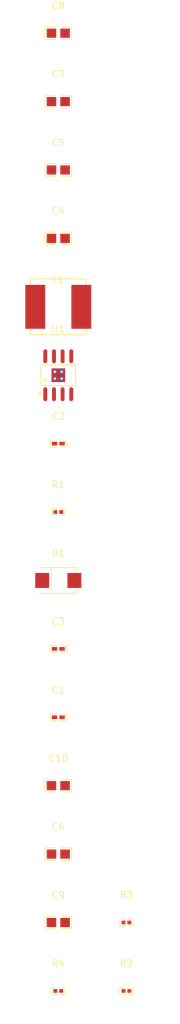
<source format=kicad_pcb>
(kicad_pcb (version 20241229) (generator "atopile") (generator_version "0.3.24")
  (layers (0 "F.Cu" signal) (31 "B.Cu" signal) (34 "B.Paste" user) (35 "F.Paste" user) (36 "B.SilkS" user "B.Silkscreen") (37 "F.SilkS" user "F.Silkscreen") (38 "B.Mask" user) (39 "F.Mask" user) (44 "Edge.Cuts" user))
  (net 0 "")
  (net 1 "hv")
  (net 2 "regulator-hv")
  (net 3 "BOOT")
  (net 4 "SW")
  (net 5 "gnd")
  (net 6 "COMP")
  (net 7 "RT_CLK")
  (net 8 "FB")
  (net 9 "net")
  (footprint "atopile:R0402-56259e" (layer "F.Cu") (at 0 0 0)
    (property "Reference" "R4" (at 0 -4 0) (layer "F.SilkS") (hide no))
    (property "Value" "162kΩ ±1% 62.5mW")
    (fp_line (start -0.23 0.5) (end -0.94 0.5) (stroke (width 0.15)) (layer "F.SilkS"))
    (fp_line (start -0.94 0.5) (end -0.94 -0.5) (stroke (width 0.15)) (layer "F.SilkS"))
    (fp_line (start -0.94 -0.5) (end -0.23 -0.5) (stroke (width 0.15)) (layer "F.SilkS"))
    (fp_line (start 0.23 0.5) (end 0.94 0.5) (stroke (width 0.15)) (layer "F.SilkS"))
    (fp_line (start 0.94 0.5) (end 0.94 -0.5) (stroke (width 0.15)) (layer "F.SilkS"))
    (fp_line (start 0.94 -0.5) (end 0.23 -0.5) (stroke (width 0.15)) (layer "F.SilkS"))
    (fp_text user "${REFERENCE}" (at 0 -4 0) (layer "F.SilkS"))
    (pad "2" smd rect (at 0.43 0 0) (size 0.57 0.54) (layers "F.Cu" "F.Paste" "F.Mask") (net 5 "gnd"))
    (pad "1" smd rect (at -0.43 0 0) (size 0.57 0.54) (layers "F.Cu" "F.Paste" "F.Mask") (net 7 "RT_CLK"))
  )
  (footprint "atopile:C0805-3b2e55" (layer "F.Cu") (at 0 -10 0)
    (property "Reference" "C9" (at 0 -4 0) (layer "F.SilkS") (hide no))
    (property "Value" "22µF ±20% 25V X5R")
    (fp_line (start 1.81 -0.9) (end 0.4 -0.9) (stroke (width 0.15)) (layer "F.SilkS"))
    (fp_line (start 0.4 0.9) (end 1.81 0.9) (stroke (width 0.15)) (layer "F.SilkS"))
    (fp_line (start 1.96 0.75) (end 1.96 -0.75) (stroke (width 0.15)) (layer "F.SilkS"))
    (fp_line (start -1.81 -0.9) (end -0.4 -0.9) (stroke (width 0.15)) (layer "F.SilkS"))
    (fp_line (start -0.4 0.9) (end -1.81 0.9) (stroke (width 0.15)) (layer "F.SilkS"))
    (fp_line (start -1.96 0.75) (end -1.96 -0.75) (stroke (width 0.15)) (layer "F.SilkS"))
    (fp_arc (start 1.96 0.75) (mid 1.9160660171779822 0.856066017177982) (end 1.81 0.8999999999999999) (stroke (width 0.15)) (layer "F.SilkS"))
    (fp_arc (start 1.81 -0.9) (mid 1.9160660171779822 -0.8560660171779821) (end 1.96 -0.75) (stroke (width 0.15)) (layer "F.SilkS"))
    (fp_arc (start -1.96 0.75) (mid -1.9160660171779822 0.856066017177982) (end -1.81 0.8999999999999999) (stroke (width 0.15)) (layer "F.SilkS"))
    (fp_arc (start -1.81 -0.9) (mid -1.9160660171779822 -0.8560660171779821) (end -1.96 -0.75) (stroke (width 0.15)) (layer "F.SilkS"))
    (fp_text user "${REFERENCE}" (at 0 -4 0) (layer "F.SilkS"))
    (pad "2" smd rect (at 1 0 0) (size 1.41 1.35) (layers "F.Cu" "F.Paste" "F.Mask") (net 5 "gnd"))
    (pad "1" smd rect (at -1 0 0) (size 1.41 1.35) (layers "F.Cu" "F.Paste" "F.Mask") (net 2 "regulator-hv"))
  )
  (footprint "atopile:C0805-3b2e55" (layer "F.Cu") (at 0 -20 0)
    (property "Reference" "C6" (at 0 -4 0) (layer "F.SilkS") (hide no))
    (property "Value" "10µF ±10% 50V X5R")
    (fp_line (start 1.81 -0.9) (end 0.4 -0.9) (stroke (width 0.15)) (layer "F.SilkS"))
    (fp_line (start 0.4 0.9) (end 1.81 0.9) (stroke (width 0.15)) (layer "F.SilkS"))
    (fp_line (start 1.96 0.75) (end 1.96 -0.75) (stroke (width 0.15)) (layer "F.SilkS"))
    (fp_line (start -1.81 -0.9) (end -0.4 -0.9) (stroke (width 0.15)) (layer "F.SilkS"))
    (fp_line (start -0.4 0.9) (end -1.81 0.9) (stroke (width 0.15)) (layer "F.SilkS"))
    (fp_line (start -1.96 0.75) (end -1.96 -0.75) (stroke (width 0.15)) (layer "F.SilkS"))
    (fp_arc (start 1.96 0.75) (mid 1.9160660171779822 0.856066017177982) (end 1.81 0.8999999999999999) (stroke (width 0.15)) (layer "F.SilkS"))
    (fp_arc (start 1.81 -0.9) (mid 1.9160660171779822 -0.8560660171779821) (end 1.96 -0.75) (stroke (width 0.15)) (layer "F.SilkS"))
    (fp_arc (start -1.96 0.75) (mid -1.9160660171779822 0.856066017177982) (end -1.81 0.8999999999999999) (stroke (width 0.15)) (layer "F.SilkS"))
    (fp_arc (start -1.81 -0.9) (mid -1.9160660171779822 -0.8560660171779821) (end -1.96 -0.75) (stroke (width 0.15)) (layer "F.SilkS"))
    (fp_text user "${REFERENCE}" (at 0 -4 0) (layer "F.SilkS"))
    (pad "2" smd rect (at 1 0 0) (size 1.41 1.35) (layers "F.Cu" "F.Paste" "F.Mask") (net 5 "gnd"))
    (pad "1" smd rect (at -1 0 0) (size 1.41 1.35) (layers "F.Cu" "F.Paste" "F.Mask") (net 1 "hv"))
  )
  (footprint "atopile:C0805-3b2e55" (layer "F.Cu") (at 0 -30 0)
    (property "Reference" "C10" (at 0 -4 0) (layer "F.SilkS") (hide no))
    (property "Value" "22µF ±20% 25V X5R")
    (fp_line (start 1.81 -0.9) (end 0.4 -0.9) (stroke (width 0.15)) (layer "F.SilkS"))
    (fp_line (start 0.4 0.9) (end 1.81 0.9) (stroke (width 0.15)) (layer "F.SilkS"))
    (fp_line (start 1.96 0.75) (end 1.96 -0.75) (stroke (width 0.15)) (layer "F.SilkS"))
    (fp_line (start -1.81 -0.9) (end -0.4 -0.9) (stroke (width 0.15)) (layer "F.SilkS"))
    (fp_line (start -0.4 0.9) (end -1.81 0.9) (stroke (width 0.15)) (layer "F.SilkS"))
    (fp_line (start -1.96 0.75) (end -1.96 -0.75) (stroke (width 0.15)) (layer "F.SilkS"))
    (fp_arc (start 1.96 0.75) (mid 1.9160660171779822 0.856066017177982) (end 1.81 0.8999999999999999) (stroke (width 0.15)) (layer "F.SilkS"))
    (fp_arc (start 1.81 -0.9) (mid 1.9160660171779822 -0.8560660171779821) (end 1.96 -0.75) (stroke (width 0.15)) (layer "F.SilkS"))
    (fp_arc (start -1.96 0.75) (mid -1.9160660171779822 0.856066017177982) (end -1.81 0.8999999999999999) (stroke (width 0.15)) (layer "F.SilkS"))
    (fp_arc (start -1.81 -0.9) (mid -1.9160660171779822 -0.8560660171779821) (end -1.96 -0.75) (stroke (width 0.15)) (layer "F.SilkS"))
    (fp_text user "${REFERENCE}" (at 0 -4 0) (layer "F.SilkS"))
    (pad "2" smd rect (at 1 0 0) (size 1.41 1.35) (layers "F.Cu" "F.Paste" "F.Mask") (net 5 "gnd"))
    (pad "1" smd rect (at -1 0 0) (size 1.41 1.35) (layers "F.Cu" "F.Paste" "F.Mask") (net 2 "regulator-hv"))
  )
  (footprint "atopile:C0402-b3ef17" (layer "F.Cu") (at 0 -40 0)
    (property "Reference" "C1" (at 0 -4 0) (layer "F.SilkS") (hide no))
    (property "Value" "100nF ±10% 50V X7R")
    (fp_line (start 1.02 -0.5) (end 0.23 -0.5) (stroke (width 0.15)) (layer "F.SilkS"))
    (fp_line (start 0.23 0.5) (end 1.02 0.5) (stroke (width 0.15)) (layer "F.SilkS"))
    (fp_line (start 1.17 0.35) (end 1.17 -0.35) (stroke (width 0.15)) (layer "F.SilkS"))
    (fp_line (start -1.02 -0.5) (end -0.23 -0.5) (stroke (width 0.15)) (layer "F.SilkS"))
    (fp_line (start -0.23 0.5) (end -1.02 0.5) (stroke (width 0.15)) (layer "F.SilkS"))
    (fp_line (start -1.17 0.35) (end -1.17 -0.35) (stroke (width 0.15)) (layer "F.SilkS"))
    (fp_arc (start 1.17 0.35) (mid 1.1260660171779822 0.456066017177982) (end 1.02 0.4999999999999999) (stroke (width 0.15)) (layer "F.SilkS"))
    (fp_arc (start 1.02 -0.5) (mid 1.1260660171779822 -0.4560660171779821) (end 1.17 -0.35) (stroke (width 0.15)) (layer "F.SilkS"))
    (fp_arc (start -1.17 0.35) (mid -1.1260660171779822 0.456066017177982) (end -1.02 0.4999999999999999) (stroke (width 0.15)) (layer "F.SilkS"))
    (fp_arc (start -1.02 -0.5) (mid -1.1260660171779822 -0.4560660171779821) (end -1.17 -0.35) (stroke (width 0.15)) (layer "F.SilkS"))
    (fp_text user "${REFERENCE}" (at 0 -4 0) (layer "F.SilkS"))
    (pad "2" smd rect (at 0.55 0 0) (size 0.79 0.54) (layers "F.Cu" "F.Paste" "F.Mask") (net 4 "SW"))
    (pad "1" smd rect (at -0.55 0 0) (size 0.79 0.54) (layers "F.Cu" "F.Paste" "F.Mask") (net 3 "BOOT"))
  )
  (footprint "atopile:C0402-b3ef17" (layer "F.Cu") (at 0 -50 0)
    (property "Reference" "C3" (at 0 -4 0) (layer "F.SilkS") (hide no))
    (property "Value" "8.2pF ±5% 50V C0G")
    (fp_line (start 1.02 -0.5) (end 0.23 -0.5) (stroke (width 0.15)) (layer "F.SilkS"))
    (fp_line (start 0.23 0.5) (end 1.02 0.5) (stroke (width 0.15)) (layer "F.SilkS"))
    (fp_line (start 1.17 0.35) (end 1.17 -0.35) (stroke (width 0.15)) (layer "F.SilkS"))
    (fp_line (start -1.02 -0.5) (end -0.23 -0.5) (stroke (width 0.15)) (layer "F.SilkS"))
    (fp_line (start -0.23 0.5) (end -1.02 0.5) (stroke (width 0.15)) (layer "F.SilkS"))
    (fp_line (start -1.17 0.35) (end -1.17 -0.35) (stroke (width 0.15)) (layer "F.SilkS"))
    (fp_arc (start 1.17 0.35) (mid 1.1260660171779822 0.456066017177982) (end 1.02 0.4999999999999999) (stroke (width 0.15)) (layer "F.SilkS"))
    (fp_arc (start 1.02 -0.5) (mid 1.1260660171779822 -0.4560660171779821) (end 1.17 -0.35) (stroke (width 0.15)) (layer "F.SilkS"))
    (fp_arc (start -1.17 0.35) (mid -1.1260660171779822 0.456066017177982) (end -1.02 0.4999999999999999) (stroke (width 0.15)) (layer "F.SilkS"))
    (fp_arc (start -1.02 -0.5) (mid -1.1260660171779822 -0.4560660171779821) (end -1.17 -0.35) (stroke (width 0.15)) (layer "F.SilkS"))
    (fp_text user "${REFERENCE}" (at 0 -4 0) (layer "F.SilkS"))
    (pad "2" smd rect (at 0.55 0 0) (size 0.79 0.54) (layers "F.Cu" "F.Paste" "F.Mask") (net 5 "gnd"))
    (pad "1" smd rect (at -0.55 0 0) (size 0.79 0.54) (layers "F.Cu" "F.Paste" "F.Mask") (net 6 "COMP"))
  )
  (footprint "atopile:SMB_L4.6-W3.6-LS5.3-RD-330cb3" (layer "F.Cu") (at 0 -60 0)
    (property "Reference" "D1" (at 0 -4 0) (layer "F.SilkS") (hide no))
    (property "Value" "")
    (fp_line (start -1.02 -1.89) (end -1.02 1.89) (stroke (width 0.15)) (layer "F.SilkS"))
    (fp_line (start -2.74 -1.89) (end 2.74 -1.89) (stroke (width 0.15)) (layer "F.SilkS"))
    (fp_line (start -2.74 1.89) (end 2.74 1.89) (stroke (width 0.15)) (layer "F.SilkS"))
    (fp_line (start 2.74 -1.89) (end 2.74 -1.3) (stroke (width 0.15)) (layer "F.SilkS"))
    (fp_line (start 2.74 1.89) (end 2.74 1.3) (stroke (width 0.15)) (layer "F.SilkS"))
    (fp_text user "${REFERENCE}" (at 0 -4 0) (layer "F.SilkS"))
    (pad "2" smd rect (at 2.36 0 0) (size 2.05 2.19) (layers "F.Cu" "F.Paste" "F.Mask") (net 5 "gnd"))
    (pad "1" smd rect (at -2.36 0 0) (size 2.05 2.19) (layers "F.Cu" "F.Paste" "F.Mask") (net 4 "SW"))
  )
  (footprint "atopile:R0402-56259e" (layer "F.Cu") (at 0 -70 0)
    (property "Reference" "R1" (at 0 -4 0) (layer "F.SilkS") (hide no))
    (property "Value" "24kΩ ±0% 62.5mW")
    (fp_line (start -0.23 0.5) (end -0.94 0.5) (stroke (width 0.15)) (layer "F.SilkS"))
    (fp_line (start -0.94 0.5) (end -0.94 -0.5) (stroke (width 0.15)) (layer "F.SilkS"))
    (fp_line (start -0.94 -0.5) (end -0.23 -0.5) (stroke (width 0.15)) (layer "F.SilkS"))
    (fp_line (start 0.23 0.5) (end 0.94 0.5) (stroke (width 0.15)) (layer "F.SilkS"))
    (fp_line (start 0.94 0.5) (end 0.94 -0.5) (stroke (width 0.15)) (layer "F.SilkS"))
    (fp_line (start 0.94 -0.5) (end 0.23 -0.5) (stroke (width 0.15)) (layer "F.SilkS"))
    (fp_text user "${REFERENCE}" (at 0 -4 0) (layer "F.SilkS"))
    (pad "2" smd rect (at 0.43 0 0) (size 0.57 0.54) (layers "F.Cu" "F.Paste" "F.Mask") (net 9 "net"))
    (pad "1" smd rect (at -0.43 0 0) (size 0.57 0.54) (layers "F.Cu" "F.Paste" "F.Mask") (net 6 "COMP"))
  )
  (footprint "atopile:C0402-b3ef17" (layer "F.Cu") (at 0 -80 0)
    (property "Reference" "C2" (at 0 -4 0) (layer "F.SilkS") (hide no))
    (property "Value" "4.7nF ±5% 50V C0G")
    (fp_line (start 1.02 -0.5) (end 0.23 -0.5) (stroke (width 0.15)) (layer "F.SilkS"))
    (fp_line (start 0.23 0.5) (end 1.02 0.5) (stroke (width 0.15)) (layer "F.SilkS"))
    (fp_line (start 1.17 0.35) (end 1.17 -0.35) (stroke (width 0.15)) (layer "F.SilkS"))
    (fp_line (start -1.02 -0.5) (end -0.23 -0.5) (stroke (width 0.15)) (layer "F.SilkS"))
    (fp_line (start -0.23 0.5) (end -1.02 0.5) (stroke (width 0.15)) (layer "F.SilkS"))
    (fp_line (start -1.17 0.35) (end -1.17 -0.35) (stroke (width 0.15)) (layer "F.SilkS"))
    (fp_arc (start 1.17 0.35) (mid 1.1260660171779822 0.456066017177982) (end 1.02 0.4999999999999999) (stroke (width 0.15)) (layer "F.SilkS"))
    (fp_arc (start 1.02 -0.5) (mid 1.1260660171779822 -0.4560660171779821) (end 1.17 -0.35) (stroke (width 0.15)) (layer "F.SilkS"))
    (fp_arc (start -1.17 0.35) (mid -1.1260660171779822 0.456066017177982) (end -1.02 0.4999999999999999) (stroke (width 0.15)) (layer "F.SilkS"))
    (fp_arc (start -1.02 -0.5) (mid -1.1260660171779822 -0.4560660171779821) (end -1.17 -0.35) (stroke (width 0.15)) (layer "F.SilkS"))
    (fp_text user "${REFERENCE}" (at 0 -4 0) (layer "F.SilkS"))
    (pad "2" smd rect (at 0.55 0 0) (size 0.79 0.54) (layers "F.Cu" "F.Paste" "F.Mask") (net 5 "gnd"))
    (pad "1" smd rect (at -0.55 0 0) (size 0.79 0.54) (layers "F.Cu" "F.Paste" "F.Mask") (net 9 "net"))
  )
  (footprint "atopile:SOIC-8_L5.0-W4.0-P1.27-LS6.0-BL-EP2.0-748c0f" (layer "F.Cu") (at 0 -90 0)
    (property "Reference" "U1" (at 0 -6.77 0) (layer "F.SilkS") (hide no))
    (property "Value" "")
    (fp_line (start -2.53 1.52) (end -2.53 -1.52) (stroke (width 0.15)) (layer "F.SilkS"))
    (fp_line (start -2.53 -1.52) (end 2.53 -1.52) (stroke (width 0.15)) (layer "F.SilkS"))
    (fp_line (start 2.53 -1.52) (end 2.53 1.52) (stroke (width 0.15)) (layer "F.SilkS"))
    (fp_line (start 2.53 1.52) (end -2.53 1.52) (stroke (width 0.15)) (layer "F.SilkS"))
    (fp_circle (center -1.91 0.77) (end -1.76 0.77) (stroke (width 0.3)) (fill no) (layer "F.SilkS"))
    (fp_circle (center -2.64 2.77) (end -2.49 2.77) (stroke (width 0.3)) (fill no) (layer "F.SilkS"))
    (fp_text user "${REFERENCE}" (at 0 -6.77 0) (layer "F.SilkS"))
    (pad "1" smd oval (at -1.91 2.77 0) (size 0.57 2.04) (layers "F.Cu" "F.Paste" "F.Mask") (net 3 "BOOT"))
    (pad "2" smd oval (at -0.63 2.77 0) (size 0.57 2.04) (layers "F.Cu" "F.Paste" "F.Mask") (net 1 "hv"))
    (pad "3" smd oval (at 0.63 2.77 0) (size 0.57 2.04) (layers "F.Cu" "F.Paste" "F.Mask") (net 1 "hv"))
    (pad "4" smd oval (at 1.9 2.77 0) (size 0.57 2.04) (layers "F.Cu" "F.Paste" "F.Mask") (net 7 "RT_CLK"))
    (pad "8" smd oval (at -1.91 -2.77 0) (size 0.57 2.04) (layers "F.Cu" "F.Paste" "F.Mask") (net 4 "SW"))
    (pad "7" smd oval (at -0.63 -2.77 0) (size 0.57 2.04) (layers "F.Cu" "F.Paste" "F.Mask") (net 5 "gnd"))
    (pad "6" smd oval (at 0.63 -2.77 0) (size 0.57 2.04) (layers "F.Cu" "F.Paste" "F.Mask") (net 6 "COMP"))
    (pad "5" smd oval (at 1.9 -2.77 0) (size 0.57 2.04) (layers "F.Cu" "F.Paste" "F.Mask") (net 8 "FB"))
    (pad "9" smd rect (at 0 0 0) (size 2 2) (layers "F.Cu" "F.Paste" "F.Mask") (net 5 "gnd"))
    (pad "" thru_hole circle (at 0.5 -0.5 0) (size 0.61 0.61) (drill 0.3) (layers "*.Cu" "*.Paste" "*.Mask"))
    (pad "" thru_hole circle (at -0.5 -0.5 0) (size 0.61 0.61) (drill 0.3) (layers "*.Cu" "*.Paste" "*.Mask"))
    (pad "" thru_hole circle (at -0.5 0.5 0) (size 0.61 0.61) (drill 0.3) (layers "*.Cu" "*.Paste" "*.Mask"))
    (pad "" thru_hole circle (at 0.5 0.5 0) (size 0.61 0.61) (drill 0.3) (layers "*.Cu" "*.Paste" "*.Mask"))
  )
  (footprint "atopile:IND-SMD_L8.0-W8.0_SWPA8040S-2a70f8" (layer "F.Cu") (at 0 -100 0)
    (property "Reference" "L1" (at 0 -4 0) (layer "F.SilkS") (hide no))
    (property "Value" "")
    (fp_line (start -4.08 -3.36) (end -4.08 -4.08) (stroke (width 0.15)) (layer "F.SilkS"))
    (fp_line (start -4.08 -4.08) (end 4.08 -4.08) (stroke (width 0.15)) (layer "F.SilkS"))
    (fp_line (start 4.08 -4.08) (end 4.08 -3.36) (stroke (width 0.15)) (layer "F.SilkS"))
    (fp_line (start -4.08 3.36) (end -4.08 4.08) (stroke (width 0.15)) (layer "F.SilkS"))
    (fp_line (start -4.08 4.08) (end 4.08 4.08) (stroke (width 0.15)) (layer "F.SilkS"))
    (fp_line (start 4.08 4.08) (end 4.08 3.36) (stroke (width 0.15)) (layer "F.SilkS"))
    (fp_text user "${REFERENCE}" (at 0 -4 0) (layer "F.SilkS"))
    (pad "1" smd rect (at 3.38 0 0) (size 2.92 6.42) (layers "F.Cu" "F.Paste" "F.Mask") (net 4 "SW"))
    (pad "2" smd rect (at -3.38 0 0) (size 2.92 6.42) (layers "F.Cu" "F.Paste" "F.Mask") (net 2 "regulator-hv"))
  )
  (footprint "atopile:C0805-3b2e55" (layer "F.Cu") (at 0 -110 0)
    (property "Reference" "C4" (at 0 -4 0) (layer "F.SilkS") (hide no))
    (property "Value" "10µF ±10% 50V X5R")
    (fp_line (start 1.81 -0.9) (end 0.4 -0.9) (stroke (width 0.15)) (layer "F.SilkS"))
    (fp_line (start 0.4 0.9) (end 1.81 0.9) (stroke (width 0.15)) (layer "F.SilkS"))
    (fp_line (start 1.96 0.75) (end 1.96 -0.75) (stroke (width 0.15)) (layer "F.SilkS"))
    (fp_line (start -1.81 -0.9) (end -0.4 -0.9) (stroke (width 0.15)) (layer "F.SilkS"))
    (fp_line (start -0.4 0.9) (end -1.81 0.9) (stroke (width 0.15)) (layer "F.SilkS"))
    (fp_line (start -1.96 0.75) (end -1.96 -0.75) (stroke (width 0.15)) (layer "F.SilkS"))
    (fp_arc (start 1.96 0.75) (mid 1.9160660171779822 0.856066017177982) (end 1.81 0.8999999999999999) (stroke (width 0.15)) (layer "F.SilkS"))
    (fp_arc (start 1.81 -0.9) (mid 1.9160660171779822 -0.8560660171779821) (end 1.96 -0.75) (stroke (width 0.15)) (layer "F.SilkS"))
    (fp_arc (start -1.96 0.75) (mid -1.9160660171779822 0.856066017177982) (end -1.81 0.8999999999999999) (stroke (width 0.15)) (layer "F.SilkS"))
    (fp_arc (start -1.81 -0.9) (mid -1.9160660171779822 -0.8560660171779821) (end -1.96 -0.75) (stroke (width 0.15)) (layer "F.SilkS"))
    (fp_text user "${REFERENCE}" (at 0 -4 0) (layer "F.SilkS"))
    (pad "2" smd rect (at 1 0 0) (size 1.41 1.35) (layers "F.Cu" "F.Paste" "F.Mask") (net 5 "gnd"))
    (pad "1" smd rect (at -1 0 0) (size 1.41 1.35) (layers "F.Cu" "F.Paste" "F.Mask") (net 1 "hv"))
  )
  (footprint "atopile:C0805-3b2e55" (layer "F.Cu") (at 0 -120 0)
    (property "Reference" "C5" (at 0 -4 0) (layer "F.SilkS") (hide no))
    (property "Value" "10µF ±10% 50V X5R")
    (fp_line (start 1.81 -0.9) (end 0.4 -0.9) (stroke (width 0.15)) (layer "F.SilkS"))
    (fp_line (start 0.4 0.9) (end 1.81 0.9) (stroke (width 0.15)) (layer "F.SilkS"))
    (fp_line (start 1.96 0.75) (end 1.96 -0.75) (stroke (width 0.15)) (layer "F.SilkS"))
    (fp_line (start -1.81 -0.9) (end -0.4 -0.9) (stroke (width 0.15)) (layer "F.SilkS"))
    (fp_line (start -0.4 0.9) (end -1.81 0.9) (stroke (width 0.15)) (layer "F.SilkS"))
    (fp_line (start -1.96 0.75) (end -1.96 -0.75) (stroke (width 0.15)) (layer "F.SilkS"))
    (fp_arc (start 1.96 0.75) (mid 1.9160660171779822 0.856066017177982) (end 1.81 0.8999999999999999) (stroke (width 0.15)) (layer "F.SilkS"))
    (fp_arc (start 1.81 -0.9) (mid 1.9160660171779822 -0.8560660171779821) (end 1.96 -0.75) (stroke (width 0.15)) (layer "F.SilkS"))
    (fp_arc (start -1.96 0.75) (mid -1.9160660171779822 0.856066017177982) (end -1.81 0.8999999999999999) (stroke (width 0.15)) (layer "F.SilkS"))
    (fp_arc (start -1.81 -0.9) (mid -1.9160660171779822 -0.8560660171779821) (end -1.96 -0.75) (stroke (width 0.15)) (layer "F.SilkS"))
    (fp_text user "${REFERENCE}" (at 0 -4 0) (layer "F.SilkS"))
    (pad "2" smd rect (at 1 0 0) (size 1.41 1.35) (layers "F.Cu" "F.Paste" "F.Mask") (net 5 "gnd"))
    (pad "1" smd rect (at -1 0 0) (size 1.41 1.35) (layers "F.Cu" "F.Paste" "F.Mask") (net 1 "hv"))
  )
  (footprint "atopile:C0805-3b2e55" (layer "F.Cu") (at 0 -130 0)
    (property "Reference" "C7" (at 0 -4 0) (layer "F.SilkS") (hide no))
    (property "Value" "22µF ±20% 25V X5R")
    (fp_line (start 1.81 -0.9) (end 0.4 -0.9) (stroke (width 0.15)) (layer "F.SilkS"))
    (fp_line (start 0.4 0.9) (end 1.81 0.9) (stroke (width 0.15)) (layer "F.SilkS"))
    (fp_line (start 1.96 0.75) (end 1.96 -0.75) (stroke (width 0.15)) (layer "F.SilkS"))
    (fp_line (start -1.81 -0.9) (end -0.4 -0.9) (stroke (width 0.15)) (layer "F.SilkS"))
    (fp_line (start -0.4 0.9) (end -1.81 0.9) (stroke (width 0.15)) (layer "F.SilkS"))
    (fp_line (start -1.96 0.75) (end -1.96 -0.75) (stroke (width 0.15)) (layer "F.SilkS"))
    (fp_arc (start 1.96 0.75) (mid 1.9160660171779822 0.856066017177982) (end 1.81 0.8999999999999999) (stroke (width 0.15)) (layer "F.SilkS"))
    (fp_arc (start 1.81 -0.9) (mid 1.9160660171779822 -0.8560660171779821) (end 1.96 -0.75) (stroke (width 0.15)) (layer "F.SilkS"))
    (fp_arc (start -1.96 0.75) (mid -1.9160660171779822 0.856066017177982) (end -1.81 0.8999999999999999) (stroke (width 0.15)) (layer "F.SilkS"))
    (fp_arc (start -1.81 -0.9) (mid -1.9160660171779822 -0.8560660171779821) (end -1.96 -0.75) (stroke (width 0.15)) (layer "F.SilkS"))
    (fp_text user "${REFERENCE}" (at 0 -4 0) (layer "F.SilkS"))
    (pad "2" smd rect (at 1 0 0) (size 1.41 1.35) (layers "F.Cu" "F.Paste" "F.Mask") (net 5 "gnd"))
    (pad "1" smd rect (at -1 0 0) (size 1.41 1.35) (layers "F.Cu" "F.Paste" "F.Mask") (net 2 "regulator-hv"))
  )
  (footprint "atopile:C0805-3b2e55" (layer "F.Cu") (at 0 -140 0)
    (property "Reference" "C8" (at 0 -4 0) (layer "F.SilkS") (hide no))
    (property "Value" "22µF ±20% 25V X5R")
    (fp_line (start 1.81 -0.9) (end 0.4 -0.9) (stroke (width 0.15)) (layer "F.SilkS"))
    (fp_line (start 0.4 0.9) (end 1.81 0.9) (stroke (width 0.15)) (layer "F.SilkS"))
    (fp_line (start 1.96 0.75) (end 1.96 -0.75) (stroke (width 0.15)) (layer "F.SilkS"))
    (fp_line (start -1.81 -0.9) (end -0.4 -0.9) (stroke (width 0.15)) (layer "F.SilkS"))
    (fp_line (start -0.4 0.9) (end -1.81 0.9) (stroke (width 0.15)) (layer "F.SilkS"))
    (fp_line (start -1.96 0.75) (end -1.96 -0.75) (stroke (width 0.15)) (layer "F.SilkS"))
    (fp_arc (start 1.96 0.75) (mid 1.9160660171779822 0.856066017177982) (end 1.81 0.8999999999999999) (stroke (width 0.15)) (layer "F.SilkS"))
    (fp_arc (start 1.81 -0.9) (mid 1.9160660171779822 -0.8560660171779821) (end 1.96 -0.75) (stroke (width 0.15)) (layer "F.SilkS"))
    (fp_arc (start -1.96 0.75) (mid -1.9160660171779822 0.856066017177982) (end -1.81 0.8999999999999999) (stroke (width 0.15)) (layer "F.SilkS"))
    (fp_arc (start -1.81 -0.9) (mid -1.9160660171779822 -0.8560660171779821) (end -1.96 -0.75) (stroke (width 0.15)) (layer "F.SilkS"))
    (fp_text user "${REFERENCE}" (at 0 -4 0) (layer "F.SilkS"))
    (pad "2" smd rect (at 1 0 0) (size 1.41 1.35) (layers "F.Cu" "F.Paste" "F.Mask") (net 5 "gnd"))
    (pad "1" smd rect (at -1 0 0) (size 1.41 1.35) (layers "F.Cu" "F.Paste" "F.Mask") (net 2 "regulator-hv"))
  )
  (footprint "atopile:R0402-56259e" (layer "F.Cu") (at 10 0 0)
    (property "Reference" "R2" (at 0 -4 0) (layer "F.SilkS") (hide no))
    (property "Value" "20kΩ ±1% 62.5mW")
    (fp_line (start -0.23 0.5) (end -0.94 0.5) (stroke (width 0.15)) (layer "F.SilkS"))
    (fp_line (start -0.94 0.5) (end -0.94 -0.5) (stroke (width 0.15)) (layer "F.SilkS"))
    (fp_line (start -0.94 -0.5) (end -0.23 -0.5) (stroke (width 0.15)) (layer "F.SilkS"))
    (fp_line (start 0.23 0.5) (end 0.94 0.5) (stroke (width 0.15)) (layer "F.SilkS"))
    (fp_line (start 0.94 0.5) (end 0.94 -0.5) (stroke (width 0.15)) (layer "F.SilkS"))
    (fp_line (start 0.94 -0.5) (end 0.23 -0.5) (stroke (width 0.15)) (layer "F.SilkS"))
    (fp_text user "${REFERENCE}" (at 0 -4 0) (layer "F.SilkS"))
    (pad "2" smd rect (at 0.43 0 0) (size 0.57 0.54) (layers "F.Cu" "F.Paste" "F.Mask") (net 5 "gnd"))
    (pad "1" smd rect (at -0.43 0 0) (size 0.57 0.54) (layers "F.Cu" "F.Paste" "F.Mask") (net 8 "FB"))
  )
  (footprint "atopile:R0402-56259e" (layer "F.Cu") (at 10 -10 0)
    (property "Reference" "R3" (at 0 -4 0) (layer "F.SilkS") (hide no))
    (property "Value" "100kΩ ±1% 62.5mW")
    (fp_line (start -0.23 0.5) (end -0.94 0.5) (stroke (width 0.15)) (layer "F.SilkS"))
    (fp_line (start -0.94 0.5) (end -0.94 -0.5) (stroke (width 0.15)) (layer "F.SilkS"))
    (fp_line (start -0.94 -0.5) (end -0.23 -0.5) (stroke (width 0.15)) (layer "F.SilkS"))
    (fp_line (start 0.23 0.5) (end 0.94 0.5) (stroke (width 0.15)) (layer "F.SilkS"))
    (fp_line (start 0.94 0.5) (end 0.94 -0.5) (stroke (width 0.15)) (layer "F.SilkS"))
    (fp_line (start 0.94 -0.5) (end 0.23 -0.5) (stroke (width 0.15)) (layer "F.SilkS"))
    (fp_text user "${REFERENCE}" (at 0 -4 0) (layer "F.SilkS"))
    (pad "2" smd rect (at 0.43 0 0) (size 0.57 0.54) (layers "F.Cu" "F.Paste" "F.Mask") (net 8 "FB"))
    (pad "1" smd rect (at -0.43 0 0) (size 0.57 0.54) (layers "F.Cu" "F.Paste" "F.Mask") (net 2 "regulator-hv"))
  )
)
</source>
